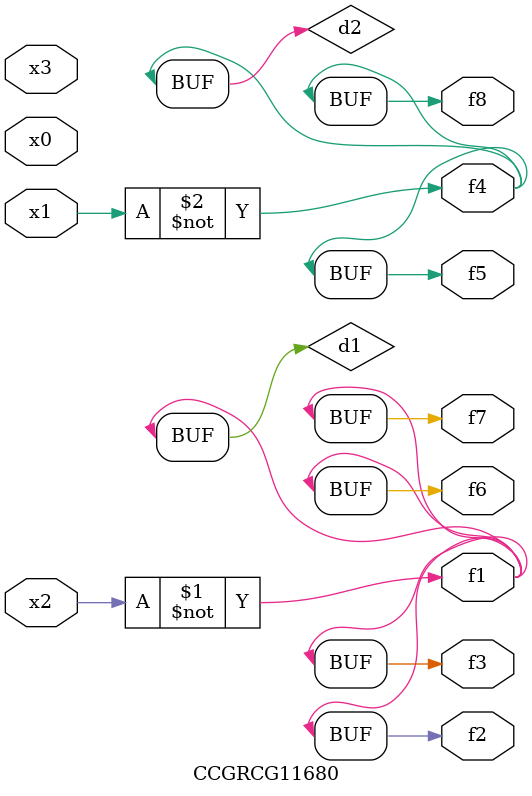
<source format=v>
module CCGRCG11680(
	input x0, x1, x2, x3,
	output f1, f2, f3, f4, f5, f6, f7, f8
);

	wire d1, d2;

	xnor (d1, x2);
	not (d2, x1);
	assign f1 = d1;
	assign f2 = d1;
	assign f3 = d1;
	assign f4 = d2;
	assign f5 = d2;
	assign f6 = d1;
	assign f7 = d1;
	assign f8 = d2;
endmodule

</source>
